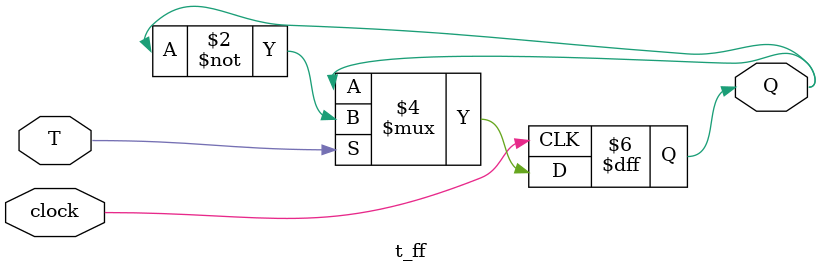
<source format=v>
module t_ff (
    input wire clock,
    input wire T,
    output reg Q 
);

    initial Q = 0;

    always @(posedge clock) begin
        if (T) begin
            Q <= ~Q;
        end
    end
    
endmodule
</source>
